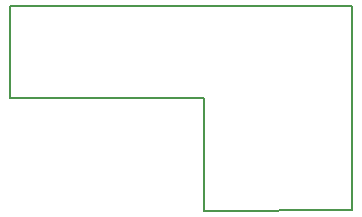
<source format=gbr>
%TF.GenerationSoftware,KiCad,Pcbnew,8.0.2-1*%
%TF.CreationDate,2024-06-03T07:21:58-07:00*%
%TF.ProjectId,Nichrome,4e696368-726f-46d6-952e-6b696361645f,rev?*%
%TF.SameCoordinates,Original*%
%TF.FileFunction,Profile,NP*%
%FSLAX46Y46*%
G04 Gerber Fmt 4.6, Leading zero omitted, Abs format (unit mm)*
G04 Created by KiCad (PCBNEW 8.0.2-1) date 2024-06-03 07:21:58*
%MOMM*%
%LPD*%
G01*
G04 APERTURE LIST*
%TA.AperFunction,Profile*%
%ADD10C,0.200000*%
%TD*%
G04 APERTURE END LIST*
D10*
X179100000Y-109700000D02*
X150100000Y-109700000D01*
X166500000Y-127034000D02*
X179070000Y-127000000D01*
X166500000Y-117500000D02*
X166500000Y-127034000D01*
X179070000Y-127000000D02*
X179100000Y-109700000D01*
X150100000Y-117470000D02*
X150100000Y-109700000D01*
X150100000Y-117470000D02*
X166500000Y-117500000D01*
M02*

</source>
